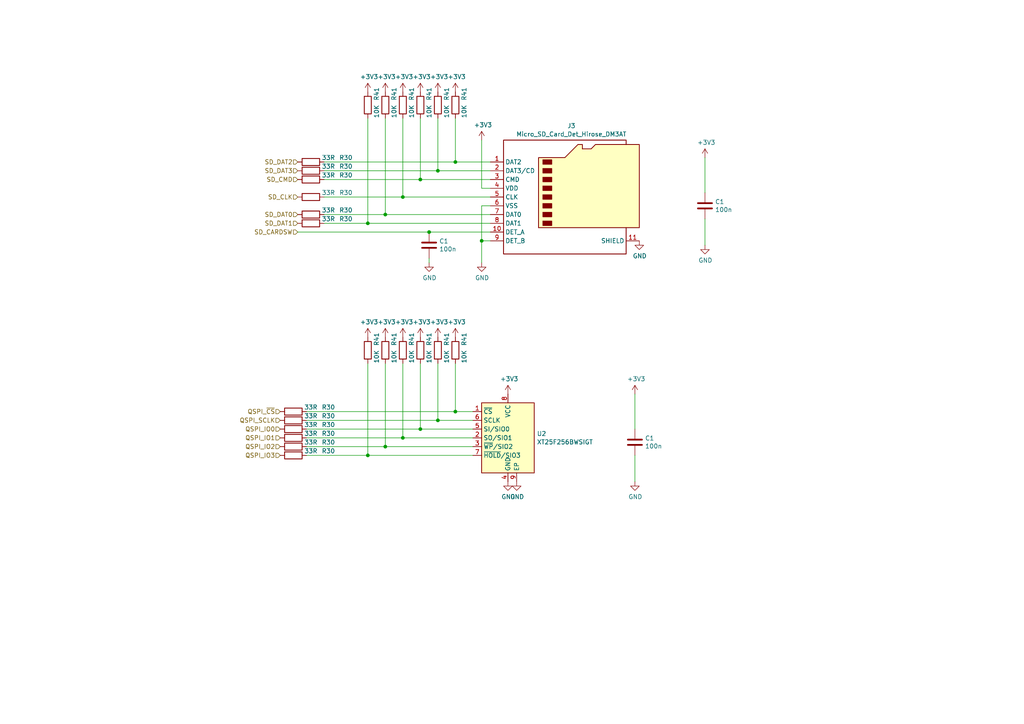
<source format=kicad_sch>
(kicad_sch (version 20230121) (generator eeschema)
  (paper "A4")
  (lib_symbols
    (symbol "Connector:Micro_SD_Card_Det_Hirose_DM3AT"
      (property "Reference" "J" (at -16.51 17.78 0))
      (property "Value" "Micro_SD_Card_Det_Hirose_DM3AT" (at 16.51 17.78 0))
      (symbol "Micro_SD_Card_Det_Hirose_DM3AT_0_1"
        (rectangle (start -7.62 -6.985) (end -5.08 -8.255) (stroke (width 0.254)) (fill (type outline)))
        (rectangle (start -7.62 -4.445) (end -5.08 -5.715) (stroke (width 0.254)) (fill (type outline)))
        (rectangle (start -7.62 -1.905) (end -5.08 -3.175) (stroke (width 0.254)) (fill (type outline)))
        (rectangle (start -7.62 0.635) (end -5.08 -0.635) (stroke (width 0.254)) (fill (type outline)))
        (rectangle (start -7.62 3.175) (end -5.08 1.905) (stroke (width 0.254)) (fill (type outline)))
        (rectangle (start -7.62 5.715) (end -5.08 4.445) (stroke (width 0.254)) (fill (type outline)))
        (rectangle (start -7.62 8.255) (end -5.08 6.985) (stroke (width 0.254)) (fill (type outline)))
        (rectangle (start -7.62 10.795) (end -5.08 9.525) (stroke (width 0.254)) (fill (type outline)))
        (polyline (pts (xy 16.51 15.24) (xy 16.51 16.51) (xy -19.05 16.51) (xy -19.05 -16.51) (xy 16.51 -16.51) (xy 16.51 -8.89)) (stroke (width 0.254)))
        (polyline (pts (xy -8.89 -8.89) (xy -8.89 11.43) (xy -1.27 11.43) (xy 2.54 15.24) (xy 3.81 15.24) (xy 3.81 13.97) (xy 6.35 13.97) (xy 7.62 15.24) (xy 20.32 15.24) (xy 20.32 -8.89) (xy -8.89 -8.89)) (stroke (width 0.254)) (fill (type background)))
      )
      (symbol "Micro_SD_Card_Det_Hirose_DM3AT_1_1"
        (pin bidirectional line (at -22.86 10.16 0) (length 3.81) (name "DAT2") (number "1"))
        (pin passive line (at -22.86 -10.16 0) (length 3.81) (name "DET_A") (number "10"))
        (pin passive line (at 20.32 -12.7 180) (length 3.81) (name "SHIELD") (number "11"))
        (pin bidirectional line (at -22.86 7.62 0) (length 3.81) (name "DAT3/CD") (number "2"))
        (pin input line (at -22.86 5.08 0) (length 3.81) (name "CMD") (number "3"))
        (pin power_in line (at -22.86 2.54 0) (length 3.81) (name "VDD") (number "4"))
        (pin input line (at -22.86 0 0) (length 3.81) (name "CLK") (number "5"))
        (pin power_in line (at -22.86 -2.54 0) (length 3.81) (name "VSS") (number "6"))
        (pin bidirectional line (at -22.86 -5.08 0) (length 3.81) (name "DAT0") (number "7"))
        (pin bidirectional line (at -22.86 -7.62 0) (length 3.81) (name "DAT1") (number "8"))
        (pin passive line (at -22.86 -12.7 0) (length 3.81) (name "DET_B") (number "9"))
      )
    )
    (symbol "Device:C" (pin_numbers hide) (pin_names (offset 0.254))
      (property "Reference" "C" (at 0.635 2.54 0))
      (property "Value" "C" (at 0.635 -2.54 0))
      (symbol "C_0_1"
        (polyline (pts (xy -2.032 -0.762) (xy 2.032 -0.762)) (stroke (width 0.508)))
        (polyline (pts (xy -2.032 0.762) (xy 2.032 0.762)) (stroke (width 0.508)))
      )
      (symbol "C_1_1"
        (pin passive line (at 0 3.81 270) (length 2.794) (name "~") (number "1"))
        (pin passive line (at 0 -3.81 90) (length 2.794) (name "~") (number "2"))
      )
    )
    (symbol "Device:R" (pin_numbers hide) (pin_names (offset 0))
      (property "Reference" "R" (at 2.032 0 90))
      (property "Value" "R" (at 0 0 90))
      (symbol "R_0_1"
        (rectangle (start -1.016 -2.54) (end 1.016 2.54) (stroke (width 0.254)))
      )
      (symbol "R_1_1"
        (pin passive line (at 0 3.81 270) (length 1.27) (name "~") (number "1"))
        (pin passive line (at 0 -3.81 90) (length 1.27) (name "~") (number "2"))
      )
    )
    (symbol "Memory_Flash:MX25L3233FZN"
      (property "Reference" "U" (at -6.35 11.43 0))
      (property "Value" "MX25L3233FZN" (at 10.16 11.43 0))
      (symbol "MX25L3233FZN_0_1"
        (rectangle (start -7.62 10.16) (end 7.62 -10.16) (stroke (width 0.254)) (fill (type background)))
      )
      (symbol "MX25L3233FZN_1_1"
        (pin input line (at -10.16 7.62 0) (length 2.54) (name "~{CS}") (number "1"))
        (pin bidirectional line (at -10.16 0 0) (length 2.54) (name "SO/SIO1") (number "2"))
        (pin bidirectional line (at -10.16 -2.54 0) (length 2.54) (name "~{WP}/SIO2") (number "3"))
        (pin power_in line (at 0 -12.7 90) (length 2.54) (name "GND") (number "4"))
        (pin bidirectional line (at -10.16 2.54 0) (length 2.54) (name "SI/SIO0") (number "5"))
        (pin input line (at -10.16 5.08 0) (length 2.54) (name "SCLK") (number "6"))
        (pin bidirectional line (at -10.16 -5.08 0) (length 2.54) (name "~{HOLD}/SIO3") (number "7"))
        (pin power_in line (at 0 12.7 270) (length 2.54) (name "VCC") (number "8"))
        (pin passive line (at 2.54 -12.7 90) (length 2.54) (name "EP") (number "9"))
      )
    )
    (symbol "power:+3V3" (power) (pin_names (offset 0))
      (property "Value" "+3V3" (at 0 3.556 0))
      (symbol "+3V3_0_1"
        (polyline (pts (xy -0.762 1.27) (xy 0 2.54)))
        (polyline (pts (xy 0 0) (xy 0 2.54)))
        (polyline (pts (xy 0 2.54) (xy 0.762 1.27)))
      )
      (symbol "+3V3_1_1"
        (pin power_in line (at 0 0 90) (length 0) hide (name "+3V3") (number "1"))
      )
    )
    (symbol "power:GND" (power) (pin_names (offset 0))
      (property "Value" "GND" (at 0 -3.81 0))
      (symbol "GND_0_1"
        (polyline (pts (xy 0 0) (xy 0 -1.27) (xy 1.27 -1.27) (xy 0 -2.54) (xy -1.27 -1.27) (xy 0 -1.27)))
      )
      (symbol "GND_1_1"
        (pin power_in line (at 0 0 270) (length 0) hide (name "GND") (number "1"))
      )
    )
  )
  (junction (at 116.84 57.15))
  (junction (at 111.76 62.23))
  (junction (at 121.92 52.07))
  (junction (at 139.7 69.85))
  (junction (at 111.76 129.54))
  (junction (at 127 49.53))
  (junction (at 106.68 132.08))
  (junction (at 116.84 127))
  (junction (at 127 121.92))
  (junction (at 124.46 67.31))
  (junction (at 132.08 46.99))
  (junction (at 121.92 124.46))
  (junction (at 106.68 64.77))
  (junction (at 132.08 119.38))
  (wire (pts (xy 142.24 69.85) (xy 139.7 69.85)))
  (wire (pts (xy 106.68 34.29) (xy 106.68 64.77)))
  (wire (pts (xy 139.7 59.69) (xy 139.7 69.85)))
  (wire (pts (xy 127 34.29) (xy 127 49.53)))
  (wire (pts (xy 88.9 132.08) (xy 106.68 132.08)))
  (wire (pts (xy 184.15 124.46) (xy 184.15 114.3)))
  (wire (pts (xy 111.76 62.23) (xy 142.24 62.23)))
  (wire (pts (xy 116.84 105.41) (xy 116.84 127)))
  (wire (pts (xy 127 49.53) (xy 142.24 49.53)))
  (wire (pts (xy 88.9 124.46) (xy 121.92 124.46)))
  (wire (pts (xy 88.9 127) (xy 116.84 127)))
  (wire (pts (xy 121.92 52.07) (xy 142.24 52.07)))
  (wire (pts (xy 106.68 64.77) (xy 142.24 64.77)))
  (wire (pts (xy 124.46 67.31) (xy 142.24 67.31)))
  (wire (pts (xy 204.47 63.5) (xy 204.47 71.12)))
  (wire (pts (xy 93.98 49.53) (xy 127 49.53)))
  (wire (pts (xy 124.46 74.93) (xy 124.46 76.2)))
  (wire (pts (xy 184.15 132.08) (xy 184.15 139.7)))
  (wire (pts (xy 93.98 46.99) (xy 132.08 46.99)))
  (wire (pts (xy 86.36 67.31) (xy 124.46 67.31)))
  (wire (pts (xy 142.24 59.69) (xy 139.7 59.69)))
  (wire (pts (xy 132.08 34.29) (xy 132.08 46.99)))
  (wire (pts (xy 132.08 46.99) (xy 142.24 46.99)))
  (wire (pts (xy 93.98 64.77) (xy 106.68 64.77)))
  (wire (pts (xy 139.7 69.85) (xy 139.7 76.2)))
  (wire (pts (xy 111.76 105.41) (xy 111.76 129.54)))
  (wire (pts (xy 88.9 121.92) (xy 127 121.92)))
  (wire (pts (xy 142.24 54.61) (xy 139.7 54.61)))
  (wire (pts (xy 121.92 124.46) (xy 137.16 124.46)))
  (wire (pts (xy 132.08 119.38) (xy 137.16 119.38)))
  (wire (pts (xy 121.92 34.29) (xy 121.92 52.07)))
  (wire (pts (xy 116.84 34.29) (xy 116.84 57.15)))
  (wire (pts (xy 106.68 132.08) (xy 137.16 132.08)))
  (wire (pts (xy 132.08 105.41) (xy 132.08 119.38)))
  (wire (pts (xy 121.92 105.41) (xy 121.92 124.46)))
  (wire (pts (xy 204.47 55.88) (xy 204.47 45.72)))
  (wire (pts (xy 88.9 119.38) (xy 132.08 119.38)))
  (wire (pts (xy 116.84 127) (xy 137.16 127)))
  (wire (pts (xy 111.76 129.54) (xy 137.16 129.54)))
  (wire (pts (xy 116.84 57.15) (xy 142.24 57.15)))
  (wire (pts (xy 93.98 62.23) (xy 111.76 62.23)))
  (wire (pts (xy 111.76 34.29) (xy 111.76 62.23)))
  (wire (pts (xy 93.98 52.07) (xy 121.92 52.07)))
  (wire (pts (xy 93.98 57.15) (xy 116.84 57.15)))
  (wire (pts (xy 127 121.92) (xy 137.16 121.92)))
  (wire (pts (xy 139.7 54.61) (xy 139.7 40.64)))
  (wire (pts (xy 88.9 129.54) (xy 111.76 129.54)))
  (wire (pts (xy 127 105.41) (xy 127 121.92)))
  (wire (pts (xy 106.68 105.41) (xy 106.68 132.08)))
  (hierarchical_label "QSPI_IO2" (shape input) (at 81.28 129.54 180))
  (hierarchical_label "SD_DAT2" (shape input) (at 86.36 46.99 180))
  (hierarchical_label "QSPI_IO1" (shape input) (at 81.28 127 180))
  (hierarchical_label "SD_DAT1" (shape input) (at 86.36 64.77 180))
  (hierarchical_label "QSPI_~{CS}" (shape input) (at 81.28 119.38 180))
  (hierarchical_label "SD_CLK" (shape input) (at 86.36 57.15 180))
  (hierarchical_label "SD_CARDSW" (shape input) (at 86.36 67.31 180))
  (hierarchical_label "SD_CMD" (shape input) (at 86.36 52.07 180))
  (hierarchical_label "QSPI_SCLK" (shape input) (at 81.28 121.92 180))
  (hierarchical_label "QSPI_IO0" (shape input) (at 81.28 124.46 180))
  (hierarchical_label "SD_DAT3" (shape input) (at 86.36 49.53 180))
  (hierarchical_label "QSPI_IO3" (shape input) (at 81.28 132.08 180))
  (hierarchical_label "SD_DAT0" (shape input) (at 86.36 62.23 180))
  (symbol (lib_id "Device:R") (at 85.09 119.38 90) (unit 1)
    (property "Reference" "R30" (at 95.25 118.11 90))
    (property "Value" "33R" (at 90.17 118.11 90))
    (property "Footprint" "Resistor_SMD:R_0603_1608Metric" (effects hide))
    (property "LCSC" "C23140" (effects hide))
    (instances (project "IMUnav_H00" (path "" (reference "R30") (unit 1)) (path "" (reference "R33") (unit 1)) (path "" (reference "R59") (unit 1))))
  )
  (symbol (lib_id "Device:C") (at 124.46 71.12 0) (unit 1)
    (property "Reference" "C1" (at 127.381 69.9516 0) (effects (justify left)))
    (property "Value" "100n" (at 127.381 72.263 0) (effects (justify left)))
    (property "Footprint" "Capacitor_SMD:C_0603_1608Metric" (effects hide))
    (property "LCSC" "C14663" (effects hide))
    (instances (project "IMUnav_H00" (path "" (reference "C1") (unit 1)) (path "" (reference "C65") (unit 1))) (project "PaLampa_MoBo_H01" (path "" (reference "C?") (unit 1))))
  )
  (symbol (lib_id "Device:R") (at 111.76 30.48 0) (unit 1)
    (property "Reference" "R41" (at 114.3 29.21 90) (effects (justify left)))
    (property "Value" "10K" (at 114.3 34.29 90) (effects (justify left)))
    (property "Footprint" "Resistor_SMD:R_0603_1608Metric" (effects hide))
    (property "LCSC" "C25804" (effects hide))
    (instances (project "IMUnav_H00" (path "" (reference "R41") (unit 1)) (path "" (reference "R73") (unit 1))) (project "TrackJet_H01" (path "" (reference "R22") (unit 1))))
  )
  (symbol (lib_id "Device:R") (at 90.17 49.53 90) (unit 1)
    (property "Reference" "R30" (at 100.33 48.26 90))
    (property "Value" "33R" (at 95.25 48.26 90))
    (property "Footprint" "Resistor_SMD:R_0603_1608Metric" (effects hide))
    (property "LCSC" "C23140" (effects hide))
    (instances (project "IMUnav_H00" (path "" (reference "R30") (unit 1)) (path "" (reference "R33") (unit 1)) (path "" (reference "R66") (unit 1))))
  )
  (symbol (lib_id "power:+3V3") (at 121.92 97.79 0) (unit 1)
    (property "Reference" "#PWR03" (effects hide))
    (property "Value" "+3V3" (at 122.301 93.3958 0))
    (instances (project "IMUnav_H00" (path "" (reference "#PWR03") (unit 1)) (path "" (reference "#PWR0210") (unit 1))) (project "PaLampa_MoBo_H01" (path "" (reference "#PWR?") (unit 1))))
  )
  (symbol (lib_id "power:+3V3") (at 132.08 26.67 0) (unit 1)
    (property "Reference" "#PWR03" (effects hide))
    (property "Value" "+3V3" (at 132.461 22.2758 0))
    (instances (project "IMUnav_H00" (path "" (reference "#PWR03") (unit 1)) (path "" (reference "#PWR0214") (unit 1))) (project "PaLampa_MoBo_H01" (path "" (reference "#PWR?") (unit 1))))
  )
  (symbol (lib_id "power:GND") (at 124.46 76.2 0) (unit 1)
    (property "Reference" "#PWR04" (effects hide))
    (property "Value" "GND" (at 124.587 80.5942 0))
    (instances (project "IMUnav_H00" (path "" (reference "#PWR04") (unit 1)) (path "" (reference "#PWR0211") (unit 1))) (project "PaLampa_MoBo_H01" (path "" (reference "#PWR?") (unit 1))))
  )
  (symbol (lib_id "Device:R") (at 106.68 101.6 0) (unit 1)
    (property "Reference" "R41" (at 109.22 100.33 90) (effects (justify left)))
    (property "Value" "10K" (at 109.22 105.41 90) (effects (justify left)))
    (property "Footprint" "Resistor_SMD:R_0603_1608Metric" (effects hide))
    (property "LCSC" "C25804" (effects hide))
    (instances (project "IMUnav_H00" (path "" (reference "R41") (unit 1)) (path "" (reference "R72") (unit 1))) (project "TrackJet_H01" (path "" (reference "R22") (unit 1))))
  )
  (symbol (lib_id "power:+3V3") (at 121.92 26.67 0) (unit 1)
    (property "Reference" "#PWR03" (effects hide))
    (property "Value" "+3V3" (at 122.301 22.2758 0))
    (instances (project "IMUnav_H00" (path "" (reference "#PWR03") (unit 1)) (path "" (reference "#PWR0209") (unit 1))) (project "PaLampa_MoBo_H01" (path "" (reference "#PWR?") (unit 1))))
  )
  (symbol (lib_id "Device:R") (at 85.09 121.92 90) (unit 1)
    (property "Reference" "R30" (at 95.25 120.65 90))
    (property "Value" "33R" (at 90.17 120.65 90))
    (property "Footprint" "Resistor_SMD:R_0603_1608Metric" (effects hide))
    (property "LCSC" "C23140" (effects hide))
    (instances (project "IMUnav_H00" (path "" (reference "R30") (unit 1)) (path "" (reference "R33") (unit 1)) (path "" (reference "R60") (unit 1))))
  )
  (symbol (lib_id "power:+3V3") (at 111.76 97.79 0) (unit 1)
    (property "Reference" "#PWR03" (effects hide))
    (property "Value" "+3V3" (at 112.141 93.3958 0))
    (instances (project "IMUnav_H00" (path "" (reference "#PWR03") (unit 1)) (path "" (reference "#PWR0206") (unit 1))) (project "PaLampa_MoBo_H01" (path "" (reference "#PWR?") (unit 1))))
  )
  (symbol (lib_id "Device:R") (at 127 30.48 0) (unit 1)
    (property "Reference" "R41" (at 129.54 29.21 90) (effects (justify left)))
    (property "Value" "10K" (at 129.54 34.29 90) (effects (justify left)))
    (property "Footprint" "Resistor_SMD:R_0603_1608Metric" (effects hide))
    (property "LCSC" "C25804" (effects hide))
    (instances (project "IMUnav_H00" (path "" (reference "R41") (unit 1)) (path "" (reference "R79") (unit 1))) (project "TrackJet_H01" (path "" (reference "R22") (unit 1))))
  )
  (symbol (lib_id "power:+3V3") (at 132.08 97.79 0) (unit 1)
    (property "Reference" "#PWR03" (effects hide))
    (property "Value" "+3V3" (at 132.461 93.3958 0))
    (instances (project "IMUnav_H00" (path "" (reference "#PWR03") (unit 1)) (path "" (reference "#PWR0215") (unit 1))) (project "PaLampa_MoBo_H01" (path "" (reference "#PWR?") (unit 1))))
  )
  (symbol (lib_id "Device:R") (at 111.76 101.6 0) (unit 1)
    (property "Reference" "R41" (at 114.3 100.33 90) (effects (justify left)))
    (property "Value" "10K" (at 114.3 105.41 90) (effects (justify left)))
    (property "Footprint" "Resistor_SMD:R_0603_1608Metric" (effects hide))
    (property "LCSC" "C25804" (effects hide))
    (instances (project "IMUnav_H00" (path "" (reference "R41") (unit 1)) (path "" (reference "R74") (unit 1))) (project "TrackJet_H01" (path "" (reference "R22") (unit 1))))
  )
  (symbol (lib_id "power:GND") (at 139.7 76.2 0) (unit 1)
    (property "Reference" "#PWR04" (effects hide))
    (property "Value" "GND" (at 139.827 80.5942 0))
    (instances (project "IMUnav_H00" (path "" (reference "#PWR04") (unit 1)) (path "" (reference "#PWR0217") (unit 1))) (project "PaLampa_MoBo_H01" (path "" (reference "#PWR?") (unit 1))))
  )
  (symbol (lib_id "Device:R") (at 106.68 30.48 0) (unit 1)
    (property "Reference" "R41" (at 109.22 29.21 90) (effects (justify left)))
    (property "Value" "10K" (at 109.22 34.29 90) (effects (justify left)))
    (property "Footprint" "Resistor_SMD:R_0603_1608Metric" (effects hide))
    (property "LCSC" "C25804" (effects hide))
    (instances (project "IMUnav_H00" (path "" (reference "R41") (unit 1)) (path "" (reference "R71") (unit 1))) (project "TrackJet_H01" (path "" (reference "R22") (unit 1))))
  )
  (symbol (lib_id "Connector:Micro_SD_Card_Det_Hirose_DM3AT") (at 165.1 57.15 0) (unit 1)
    (property "Reference" "J3" (at 165.735 36.4957 0))
    (property "Value" "Micro_SD_Card_Det_Hirose_DM3AT" (at 165.735 38.9199 0))
    (property "Footprint" "Connector_Card:microSD_HC_Hirose_DM3AT-SF-PEJM5" (effects hide))
    (property "Datasheet" "https://www.hirose.com/product/en/download_file/key_name/DM3/category/Catalog/doc_file_id/49662/?file_category_id=4&item_id=195&is_series=1" (effects hide))
    (property "LCSC" "C114218" (effects hide))
    (instances (project "IMUnav_H00" (path "" (reference "J3") (unit 1)) (path "" (reference "J9") (unit 1))))
  )
  (symbol (lib_id "power:+3V3") (at 139.7 40.64 0) (unit 1)
    (property "Reference" "#PWR03" (effects hide))
    (property "Value" "+3V3" (at 140.081 36.2458 0))
    (instances (project "IMUnav_H00" (path "" (reference "#PWR03") (unit 1)) (path "" (reference "#PWR0216") (unit 1))) (project "PaLampa_MoBo_H01" (path "" (reference "#PWR?") (unit 1))))
  )
  (symbol (lib_id "power:+3V3") (at 147.32 114.3 0) (unit 1)
    (property "Reference" "#PWR03" (effects hide))
    (property "Value" "+3V3" (at 147.701 109.9058 0))
    (instances (project "IMUnav_H00" (path "" (reference "#PWR03") (unit 1)) (path "" (reference "#PWR0218") (unit 1))) (project "PaLampa_MoBo_H01" (path "" (reference "#PWR?") (unit 1))))
  )
  (symbol (lib_id "power:+3V3") (at 116.84 26.67 0) (unit 1)
    (property "Reference" "#PWR03" (effects hide))
    (property "Value" "+3V3" (at 117.221 22.2758 0))
    (instances (project "IMUnav_H00" (path "" (reference "#PWR03") (unit 1)) (path "" (reference "#PWR0207") (unit 1))) (project "PaLampa_MoBo_H01" (path "" (reference "#PWR?") (unit 1))))
  )
  (symbol (lib_id "Device:R") (at 132.08 101.6 0) (unit 1)
    (property "Reference" "R41" (at 134.62 100.33 90) (effects (justify left)))
    (property "Value" "10K" (at 134.62 105.41 90) (effects (justify left)))
    (property "Footprint" "Resistor_SMD:R_0603_1608Metric" (effects hide))
    (property "LCSC" "C25804" (effects hide))
    (instances (project "IMUnav_H00" (path "" (reference "R41") (unit 1)) (path "" (reference "R82") (unit 1))) (project "TrackJet_H01" (path "" (reference "R22") (unit 1))))
  )
  (symbol (lib_id "Device:R") (at 90.17 46.99 90) (unit 1)
    (property "Reference" "R30" (at 100.33 45.72 90))
    (property "Value" "33R" (at 95.25 45.72 90))
    (property "Footprint" "Resistor_SMD:R_0603_1608Metric" (effects hide))
    (property "LCSC" "C23140" (effects hide))
    (instances (project "IMUnav_H00" (path "" (reference "R30") (unit 1)) (path "" (reference "R33") (unit 1)) (path "" (reference "R65") (unit 1))))
  )
  (symbol (lib_id "power:+3V3") (at 184.15 114.3 0) (unit 1)
    (property "Reference" "#PWR03" (effects hide))
    (property "Value" "+3V3" (at 184.531 109.9058 0))
    (instances (project "IMUnav_H00" (path "" (reference "#PWR03") (unit 1)) (path "" (reference "#PWR0221") (unit 1))) (project "PaLampa_MoBo_H01" (path "" (reference "#PWR?") (unit 1))))
  )
  (symbol (lib_id "Device:R") (at 85.09 132.08 90) (unit 1)
    (property "Reference" "R30" (at 95.25 130.81 90))
    (property "Value" "33R" (at 90.17 130.81 90))
    (property "Footprint" "Resistor_SMD:R_0603_1608Metric" (effects hide))
    (property "LCSC" "C23140" (effects hide))
    (instances (project "IMUnav_H00" (path "" (reference "R30") (unit 1)) (path "" (reference "R33") (unit 1)) (path "" (reference "R64") (unit 1))))
  )
  (symbol (lib_id "Device:C") (at 204.47 59.69 0) (unit 1)
    (property "Reference" "C1" (at 207.391 58.5216 0) (effects (justify left)))
    (property "Value" "100n" (at 207.391 60.833 0) (effects (justify left)))
    (property "Footprint" "Capacitor_SMD:C_0603_1608Metric" (effects hide))
    (property "LCSC" "C14663" (effects hide))
    (instances (project "IMUnav_H00" (path "" (reference "C1") (unit 1)) (path "" (reference "C67") (unit 1))) (project "PaLampa_MoBo_H01" (path "" (reference "C?") (unit 1))))
  )
  (symbol (lib_id "Device:R") (at 132.08 30.48 0) (unit 1)
    (property "Reference" "R41" (at 134.62 29.21 90) (effects (justify left)))
    (property "Value" "10K" (at 134.62 34.29 90) (effects (justify left)))
    (property "Footprint" "Resistor_SMD:R_0603_1608Metric" (effects hide))
    (property "LCSC" "C25804" (effects hide))
    (instances (project "IMUnav_H00" (path "" (reference "R41") (unit 1)) (path "" (reference "R81") (unit 1))) (project "TrackJet_H01" (path "" (reference "R22") (unit 1))))
  )
  (symbol (lib_id "power:GND") (at 184.15 139.7 0) (unit 1)
    (property "Reference" "#PWR04" (effects hide))
    (property "Value" "GND" (at 184.277 144.0942 0))
    (instances (project "IMUnav_H00" (path "" (reference "#PWR04") (unit 1)) (path "" (reference "#PWR0222") (unit 1))) (project "PaLampa_MoBo_H01" (path "" (reference "#PWR?") (unit 1))))
  )
  (symbol (lib_id "power:+3V3") (at 127 97.79 0) (unit 1)
    (property "Reference" "#PWR03" (effects hide))
    (property "Value" "+3V3" (at 127.381 93.3958 0))
    (instances (project "IMUnav_H00" (path "" (reference "#PWR03") (unit 1)) (path "" (reference "#PWR0213") (unit 1))) (project "PaLampa_MoBo_H01" (path "" (reference "#PWR?") (unit 1))))
  )
  (symbol (lib_id "Device:R") (at 85.09 124.46 90) (unit 1)
    (property "Reference" "R30" (at 95.25 123.19 90))
    (property "Value" "33R" (at 90.17 123.19 90))
    (property "Footprint" "Resistor_SMD:R_0603_1608Metric" (effects hide))
    (property "LCSC" "C23140" (effects hide))
    (instances (project "IMUnav_H00" (path "" (reference "R30") (unit 1)) (path "" (reference "R33") (unit 1)) (path "" (reference "R61") (unit 1))))
  )
  (symbol (lib_id "power:+3V3") (at 116.84 97.79 0) (unit 1)
    (property "Reference" "#PWR03" (effects hide))
    (property "Value" "+3V3" (at 117.221 93.3958 0))
    (instances (project "IMUnav_H00" (path "" (reference "#PWR03") (unit 1)) (path "" (reference "#PWR0208") (unit 1))) (project "PaLampa_MoBo_H01" (path "" (reference "#PWR?") (unit 1))))
  )
  (symbol (lib_id "Device:R") (at 116.84 101.6 0) (unit 1)
    (property "Reference" "R41" (at 119.38 100.33 90) (effects (justify left)))
    (property "Value" "10K" (at 119.38 105.41 90) (effects (justify left)))
    (property "Footprint" "Resistor_SMD:R_0603_1608Metric" (effects hide))
    (property "LCSC" "C25804" (effects hide))
    (instances (project "IMUnav_H00" (path "" (reference "R41") (unit 1)) (path "" (reference "R76") (unit 1))) (project "TrackJet_H01" (path "" (reference "R22") (unit 1))))
  )
  (symbol (lib_id "Device:R") (at 121.92 30.48 0) (unit 1)
    (property "Reference" "R41" (at 124.46 29.21 90) (effects (justify left)))
    (property "Value" "10K" (at 124.46 34.29 90) (effects (justify left)))
    (property "Footprint" "Resistor_SMD:R_0603_1608Metric" (effects hide))
    (property "LCSC" "C25804" (effects hide))
    (instances (project "IMUnav_H00" (path "" (reference "R41") (unit 1)) (path "" (reference "R77") (unit 1))) (project "TrackJet_H01" (path "" (reference "R22") (unit 1))))
  )
  (symbol (lib_id "power:+3V3") (at 127 26.67 0) (unit 1)
    (property "Reference" "#PWR03" (effects hide))
    (property "Value" "+3V3" (at 127.381 22.2758 0))
    (instances (project "IMUnav_H00" (path "" (reference "#PWR03") (unit 1)) (path "" (reference "#PWR0212") (unit 1))) (project "PaLampa_MoBo_H01" (path "" (reference "#PWR?") (unit 1))))
  )
  (symbol (lib_id "power:GND") (at 185.42 69.85 0) (unit 1)
    (property "Reference" "#PWR04" (effects hide))
    (property "Value" "GND" (at 185.547 74.2442 0))
    (instances (project "IMUnav_H00" (path "" (reference "#PWR04") (unit 1)) (path "" (reference "#PWR0241") (unit 1))) (project "PaLampa_MoBo_H01" (path "" (reference "#PWR?") (unit 1))))
  )
  (symbol (lib_id "power:+3V3") (at 111.76 26.67 0) (unit 1)
    (property "Reference" "#PWR03" (effects hide))
    (property "Value" "+3V3" (at 112.141 22.2758 0))
    (instances (project "IMUnav_H00" (path "" (reference "#PWR03") (unit 1)) (path "" (reference "#PWR0205") (unit 1))) (project "PaLampa_MoBo_H01" (path "" (reference "#PWR?") (unit 1))))
  )
  (symbol (lib_id "Device:R") (at 85.09 129.54 90) (unit 1)
    (property "Reference" "R30" (at 95.25 128.27 90))
    (property "Value" "33R" (at 90.17 128.27 90))
    (property "Footprint" "Resistor_SMD:R_0603_1608Metric" (effects hide))
    (property "LCSC" "C23140" (effects hide))
    (instances (project "IMUnav_H00" (path "" (reference "R30") (unit 1)) (path "" (reference "R33") (unit 1)) (path "" (reference "R63") (unit 1))))
  )
  (symbol (lib_id "Memory_Flash:MX25L3233FZN") (at 147.32 127 0) (unit 1)
    (property "Reference" "U2" (at 155.702 125.7879 0) (effects (justify left)))
    (property "Value" "XT25F256BWSIGT" (at 155.702 128.2121 0) (effects (justify left)))
    (property "Footprint" "Package_SON:WSON-8-1EP_8x6mm_P1.27mm_EP3.4x4.3mm" (effects hide))
    (property "LCSC" "C2759959" (effects hide))
    (instances (project "IMUnav_H00" (path "" (reference "U2") (unit 1)) (path "" (reference "U17") (unit 1))))
  )
  (symbol (lib_id "Device:R") (at 90.17 57.15 90) (unit 1)
    (property "Reference" "R30" (at 100.33 55.88 90))
    (property "Value" "33R" (at 95.25 55.88 90))
    (property "Footprint" "Resistor_SMD:R_0603_1608Metric" (effects hide))
    (property "LCSC" "C23140" (effects hide))
    (instances (project "IMUnav_H00" (path "" (reference "R30") (unit 1)) (path "" (reference "R33") (unit 1)) (path "" (reference "R68") (unit 1))))
  )
  (symbol (lib_id "power:GND") (at 147.32 139.7 0) (unit 1)
    (property "Reference" "#PWR04" (effects hide))
    (property "Value" "GND" (at 147.447 144.0942 0))
    (instances (project "IMUnav_H00" (path "" (reference "#PWR04") (unit 1)) (path "" (reference "#PWR0219") (unit 1))) (project "PaLampa_MoBo_H01" (path "" (reference "#PWR?") (unit 1))))
  )
  (symbol (lib_id "power:+3V3") (at 106.68 26.67 0) (unit 1)
    (property "Reference" "#PWR03" (effects hide))
    (property "Value" "+3V3" (at 107.061 22.2758 0))
    (instances (project "IMUnav_H00" (path "" (reference "#PWR03") (unit 1)) (path "" (reference "#PWR0203") (unit 1))) (project "PaLampa_MoBo_H01" (path "" (reference "#PWR?") (unit 1))))
  )
  (symbol (lib_id "Device:R") (at 85.09 127 90) (unit 1)
    (property "Reference" "R30" (at 95.25 125.73 90))
    (property "Value" "33R" (at 90.17 125.73 90))
    (property "Footprint" "Resistor_SMD:R_0603_1608Metric" (effects hide))
    (property "LCSC" "C23140" (effects hide))
    (instances (project "IMUnav_H00" (path "" (reference "R30") (unit 1)) (path "" (reference "R33") (unit 1)) (path "" (reference "R62") (unit 1))))
  )
  (symbol (lib_id "power:GND") (at 204.47 71.12 0) (unit 1)
    (property "Reference" "#PWR04" (effects hide))
    (property "Value" "GND" (at 204.597 75.5142 0))
    (instances (project "IMUnav_H00" (path "" (reference "#PWR04") (unit 1)) (path "" (reference "#PWR0224") (unit 1))) (project "PaLampa_MoBo_H01" (path "" (reference "#PWR?") (unit 1))))
  )
  (symbol (lib_id "Device:R") (at 127 101.6 0) (unit 1)
    (property "Reference" "R41" (at 129.54 100.33 90) (effects (justify left)))
    (property "Value" "10K" (at 129.54 105.41 90) (effects (justify left)))
    (property "Footprint" "Resistor_SMD:R_0603_1608Metric" (effects hide))
    (property "LCSC" "C25804" (effects hide))
    (instances (project "IMUnav_H00" (path "" (reference "R41") (unit 1)) (path "" (reference "R80") (unit 1))) (project "TrackJet_H01" (path "" (reference "R22") (unit 1))))
  )
  (symbol (lib_id "Device:R") (at 116.84 30.48 0) (unit 1)
    (property "Reference" "R41" (at 119.38 29.21 90) (effects (justify left)))
    (property "Value" "10K" (at 119.38 34.29 90) (effects (justify left)))
    (property "Footprint" "Resistor_SMD:R_0603_1608Metric" (effects hide))
    (property "LCSC" "C25804" (effects hide))
    (instances (project "IMUnav_H00" (path "" (reference "R41") (unit 1)) (path "" (reference "R75") (unit 1))) (project "TrackJet_H01" (path "" (reference "R22") (unit 1))))
  )
  (symbol (lib_id "Device:R") (at 90.17 62.23 90) (unit 1)
    (property "Reference" "R30" (at 100.33 60.96 90))
    (property "Value" "33R" (at 95.25 60.96 90))
    (property "Footprint" "Resistor_SMD:R_0603_1608Metric" (effects hide))
    (property "LCSC" "C23140" (effects hide))
    (instances (project "IMUnav_H00" (path "" (reference "R30") (unit 1)) (path "" (reference "R33") (unit 1)) (path "" (reference "R69") (unit 1))))
  )
  (symbol (lib_id "power:GND") (at 149.86 139.7 0) (unit 1)
    (property "Reference" "#PWR04" (effects hide))
    (property "Value" "GND" (at 149.987 144.0942 0))
    (instances (project "IMUnav_H00" (path "" (reference "#PWR04") (unit 1)) (path "" (reference "#PWR0220") (unit 1))) (project "PaLampa_MoBo_H01" (path "" (reference "#PWR?") (unit 1))))
  )
  (symbol (lib_id "Device:R") (at 121.92 101.6 0) (unit 1)
    (property "Reference" "R41" (at 124.46 100.33 90) (effects (justify left)))
    (property "Value" "10K" (at 124.46 105.41 90) (effects (justify left)))
    (property "Footprint" "Resistor_SMD:R_0603_1608Metric" (effects hide))
    (property "LCSC" "C25804" (effects hide))
    (instances (project "IMUnav_H00" (path "" (reference "R41") (unit 1)) (path "" (reference "R78") (unit 1))) (project "TrackJet_H01" (path "" (reference "R22") (unit 1))))
  )
  (symbol (lib_id "Device:R") (at 90.17 52.07 90) (unit 1)
    (property "Reference" "R30" (at 100.33 50.8 90))
    (property "Value" "33R" (at 95.25 50.8 90))
    (property "Footprint" "Resistor_SMD:R_0603_1608Metric" (effects hide))
    (property "LCSC" "C23140" (effects hide))
    (instances (project "IMUnav_H00" (path "" (reference "R30") (unit 1)) (path "" (reference "R33") (unit 1)) (path "" (reference "R67") (unit 1))))
  )
  (symbol (lib_id "power:+3V3") (at 204.47 45.72 0) (unit 1)
    (property "Reference" "#PWR03" (effects hide))
    (property "Value" "+3V3" (at 204.851 41.3258 0))
    (instances (project "IMUnav_H00" (path "" (reference "#PWR03") (unit 1)) (path "" (reference "#PWR0223") (unit 1))) (project "PaLampa_MoBo_H01" (path "" (reference "#PWR?") (unit 1))))
  )
  (symbol (lib_id "Device:R") (at 90.17 64.77 90) (unit 1)
    (property "Reference" "R30" (at 100.33 63.5 90))
    (property "Value" "33R" (at 95.25 63.5 90))
    (property "Footprint" "Resistor_SMD:R_0603_1608Metric" (effects hide))
    (property "LCSC" "C23140" (effects hide))
    (instances (project "IMUnav_H00" (path "" (reference "R30") (unit 1)) (path "" (reference "R33") (unit 1)) (path "" (reference "R70") (unit 1))))
  )
  (symbol (lib_id "power:+3V3") (at 106.68 97.79 0) (unit 1)
    (property "Reference" "#PWR03" (effects hide))
    (property "Value" "+3V3" (at 107.061 93.3958 0))
    (instances (project "IMUnav_H00" (path "" (reference "#PWR03") (unit 1)) (path "" (reference "#PWR0204") (unit 1))) (project "PaLampa_MoBo_H01" (path "" (reference "#PWR?") (unit 1))))
  )
  (symbol (lib_id "Device:C") (at 184.15 128.27 0) (unit 1)
    (property "Reference" "C1" (at 187.071 127.1016 0) (effects (justify left)))
    (property "Value" "100n" (at 187.071 129.413 0) (effects (justify left)))
    (property "Footprint" "Capacitor_SMD:C_0603_1608Metric" (effects hide))
    (property "LCSC" "C14663" (effects hide))
    (instances (project "IMUnav_H00" (path "" (reference "C1") (unit 1)) (path "" (reference "C66") (unit 1))) (project "PaLampa_MoBo_H01" (path "" (reference "C?") (unit 1))))
  )
)
</source>
